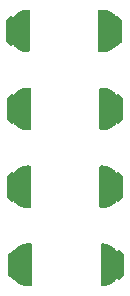
<source format=gbr>
%TF.GenerationSoftware,KiCad,Pcbnew,7.0.7*%
%TF.CreationDate,2023-12-01T17:39:10+08:00*%
%TF.ProjectId,Adafruit LED Sequin-WithRails,41646166-7275-4697-9420-4c4544205365,rev?*%
%TF.SameCoordinates,Original*%
%TF.FileFunction,Soldermask,Bot*%
%TF.FilePolarity,Negative*%
%FSLAX46Y46*%
G04 Gerber Fmt 4.6, Leading zero omitted, Abs format (unit mm)*
G04 Created by KiCad (PCBNEW 7.0.7) date 2023-12-01 17:39:10*
%MOMM*%
%LPD*%
G01*
G04 APERTURE LIST*
%ADD10C,0.500000*%
G04 APERTURE END LIST*
D10*
%TO.C,REF\u002A\u002A*%
X54463268Y-62199988D03*
%TD*%
%TO.C,REF\u002A\u002A*%
X54363268Y-48999988D03*
%TD*%
%TO.C,REF\u002A\u002A*%
X45536715Y-57599988D03*
%TD*%
%TO.C,REF\u002A\u002A*%
X54363279Y-50999988D03*
%TD*%
%TO.C,REF\u002A\u002A*%
X45401002Y-63199987D03*
%TD*%
%TO.C,REF\u002A\u002A*%
X54499005Y-49999987D03*
%TD*%
%TO.C,REF\u002A\u002A*%
X54563279Y-70799988D03*
%TD*%
%TO.C,REF\u002A\u002A*%
X54463279Y-64199988D03*
%TD*%
%TO.C,REF\u002A\u002A*%
X54463274Y-57599988D03*
%TD*%
%TO.C,REF\u002A\u002A*%
X45636731Y-68799988D03*
%TD*%
%TO.C,REF\u002A\u002A*%
X45636720Y-70799988D03*
%TD*%
%TO.C,REF\u002A\u002A*%
X45536731Y-62199988D03*
%TD*%
%TO.C,REF\u002A\u002A*%
X45501002Y-69799987D03*
%TD*%
%TO.C,REF\u002A\u002A*%
X54599005Y-63199987D03*
%TD*%
%TO.C,REF\u002A\u002A*%
X54463263Y-55599988D03*
%TD*%
%TO.C,REF\u002A\u002A*%
X54563268Y-68799988D03*
%TD*%
%TO.C,REF\u002A\u002A*%
X45436731Y-48999988D03*
%TD*%
%TO.C,REF\u002A\u002A*%
X45400997Y-56599987D03*
%TD*%
%TO.C,REF\u002A\u002A*%
X45436720Y-50999988D03*
%TD*%
%TO.C,REF\u002A\u002A*%
X54599000Y-56599987D03*
%TD*%
%TO.C,REF\u002A\u002A*%
X45536726Y-55599988D03*
%TD*%
%TO.C,REF\u002A\u002A*%
X45536720Y-64199988D03*
%TD*%
%TO.C,REF\u002A\u002A*%
X45301002Y-49999987D03*
%TD*%
%TO.C,REF\u002A\u002A*%
X54699005Y-69799987D03*
%TD*%
G36*
X47142120Y-68019023D02*
G01*
X47188613Y-68072678D01*
X47200000Y-68125021D01*
X47200000Y-71475000D01*
X47179998Y-71543121D01*
X47126342Y-71589614D01*
X47074000Y-71601000D01*
X46799999Y-71601000D01*
X46728355Y-71599145D01*
X46725044Y-71598972D01*
X46655218Y-71593478D01*
X46651936Y-71593133D01*
X46582437Y-71583984D01*
X46579178Y-71583468D01*
X46510351Y-71570710D01*
X46507127Y-71570025D01*
X46439029Y-71553678D01*
X46435842Y-71552825D01*
X46368672Y-71532929D01*
X46365532Y-71531909D01*
X46299446Y-71508506D01*
X46296366Y-71507323D01*
X46231658Y-71480519D01*
X46228646Y-71479178D01*
X46165474Y-71449047D01*
X46162535Y-71447550D01*
X46100958Y-71414118D01*
X46098101Y-71412468D01*
X46038334Y-71375843D01*
X46035567Y-71374046D01*
X45977861Y-71334384D01*
X45975192Y-71332445D01*
X45919635Y-71289814D01*
X45917073Y-71287739D01*
X45863814Y-71242254D01*
X45861364Y-71240047D01*
X45810563Y-71191843D01*
X45808228Y-71189508D01*
X45759961Y-71138644D01*
X45757754Y-71136192D01*
X45712271Y-71082938D01*
X45710195Y-71080374D01*
X45667550Y-71024796D01*
X45665612Y-71022128D01*
X45625965Y-70964441D01*
X45624168Y-70961674D01*
X45587549Y-70901917D01*
X45585899Y-70899060D01*
X45552484Y-70837518D01*
X45550987Y-70834580D01*
X45534498Y-70800011D01*
X45326000Y-70800011D01*
X45257879Y-70780009D01*
X45211386Y-70726353D01*
X45200000Y-70674011D01*
X45200000Y-68926011D01*
X45220002Y-68857890D01*
X45273658Y-68811397D01*
X45326000Y-68800011D01*
X45534509Y-68800011D01*
X45550987Y-68765465D01*
X45552484Y-68762526D01*
X45585899Y-68700984D01*
X45587549Y-68698127D01*
X45624168Y-68638370D01*
X45625965Y-68635603D01*
X45665612Y-68577916D01*
X45667550Y-68575248D01*
X45710195Y-68519670D01*
X45712271Y-68517106D01*
X45757754Y-68463852D01*
X45759961Y-68461400D01*
X45808228Y-68410536D01*
X45810563Y-68408201D01*
X45861364Y-68359997D01*
X45863814Y-68357790D01*
X45917073Y-68312305D01*
X45919635Y-68310230D01*
X45975183Y-68267606D01*
X45977853Y-68265666D01*
X46035614Y-68225968D01*
X46038382Y-68224171D01*
X46098108Y-68187573D01*
X46100964Y-68185924D01*
X46162534Y-68152495D01*
X46165473Y-68150997D01*
X46228642Y-68120867D01*
X46231656Y-68119526D01*
X46296412Y-68092702D01*
X46299493Y-68091520D01*
X46365488Y-68068150D01*
X46368624Y-68067131D01*
X46435780Y-68047237D01*
X46438968Y-68046383D01*
X46507130Y-68030018D01*
X46510358Y-68029332D01*
X46579244Y-68016566D01*
X46582503Y-68016050D01*
X46651929Y-68006911D01*
X46655208Y-68006567D01*
X46725005Y-68001073D01*
X46728300Y-68000900D01*
X46799994Y-67999023D01*
X47073999Y-67999021D01*
X47142120Y-68019023D01*
G37*
G36*
X47042120Y-61419015D02*
G01*
X47088613Y-61472670D01*
X47100000Y-61525013D01*
X47100000Y-64875000D01*
X47079998Y-64943121D01*
X47026342Y-64989614D01*
X46974000Y-65001000D01*
X46800000Y-65001000D01*
X46728363Y-64999137D01*
X46725059Y-64998965D01*
X46655214Y-64993469D01*
X46651932Y-64993125D01*
X46582494Y-64983984D01*
X46579235Y-64983468D01*
X46510309Y-64970692D01*
X46507084Y-64970007D01*
X46439019Y-64953667D01*
X46435833Y-64952813D01*
X46368659Y-64932916D01*
X46365521Y-64931897D01*
X46299510Y-64908522D01*
X46296431Y-64907339D01*
X46231656Y-64880510D01*
X46228641Y-64879167D01*
X46165421Y-64849011D01*
X46162482Y-64847514D01*
X46100915Y-64814084D01*
X46098059Y-64812435D01*
X46038344Y-64775840D01*
X46035578Y-64774044D01*
X45977896Y-64734400D01*
X45975228Y-64732461D01*
X45919601Y-64689779D01*
X45917035Y-64687701D01*
X45863778Y-64642211D01*
X45861327Y-64640005D01*
X45810517Y-64591787D01*
X45808184Y-64589454D01*
X45760001Y-64538679D01*
X45757795Y-64536229D01*
X45712307Y-64482973D01*
X45710229Y-64480407D01*
X45667545Y-64424780D01*
X45665605Y-64422109D01*
X45625941Y-64364393D01*
X45624145Y-64361627D01*
X45587546Y-64301902D01*
X45585897Y-64299046D01*
X45552494Y-64237524D01*
X45550996Y-64234586D01*
X45534501Y-64200006D01*
X45226000Y-64200006D01*
X45157879Y-64180004D01*
X45111386Y-64126348D01*
X45100000Y-64074006D01*
X45100000Y-62326006D01*
X45120002Y-62257885D01*
X45173658Y-62211392D01*
X45226000Y-62200006D01*
X45534507Y-62200006D01*
X45550987Y-62165456D01*
X45552485Y-62162516D01*
X45585898Y-62100980D01*
X45587546Y-62098124D01*
X45624145Y-62038399D01*
X45625941Y-62035633D01*
X45665605Y-61977917D01*
X45667545Y-61975246D01*
X45710229Y-61919619D01*
X45712307Y-61917053D01*
X45757796Y-61863797D01*
X45760002Y-61861346D01*
X45808220Y-61810536D01*
X45810553Y-61808203D01*
X45861328Y-61760020D01*
X45863778Y-61757814D01*
X45917035Y-61712325D01*
X45919601Y-61710247D01*
X45975228Y-61667565D01*
X45977896Y-61665626D01*
X46035578Y-61625982D01*
X46038344Y-61624186D01*
X46098059Y-61587591D01*
X46100915Y-61585942D01*
X46162482Y-61552512D01*
X46165421Y-61551015D01*
X46228641Y-61520859D01*
X46231656Y-61519516D01*
X46296431Y-61492687D01*
X46299510Y-61491504D01*
X46365521Y-61468129D01*
X46368659Y-61467110D01*
X46435833Y-61447213D01*
X46439019Y-61446359D01*
X46507084Y-61430019D01*
X46510309Y-61429334D01*
X46579235Y-61416558D01*
X46582494Y-61416042D01*
X46651932Y-61406901D01*
X46655214Y-61406557D01*
X46725054Y-61401062D01*
X46728348Y-61400889D01*
X46799994Y-61399014D01*
X46973999Y-61399013D01*
X47042120Y-61419015D01*
G37*
G36*
X53271652Y-68000899D02*
G01*
X53274925Y-68001071D01*
X53344770Y-68006566D01*
X53348052Y-68006911D01*
X53417543Y-68016059D01*
X53420802Y-68016576D01*
X53489690Y-68029345D01*
X53492916Y-68030031D01*
X53561011Y-68046380D01*
X53564197Y-68047234D01*
X53631364Y-68067131D01*
X53634500Y-68068150D01*
X53700495Y-68091520D01*
X53703576Y-68092702D01*
X53768333Y-68119526D01*
X53771348Y-68120868D01*
X53834567Y-68151024D01*
X53837506Y-68152521D01*
X53899073Y-68185951D01*
X53901929Y-68187600D01*
X53961644Y-68224195D01*
X53964410Y-68225991D01*
X54022100Y-68265640D01*
X54024768Y-68267578D01*
X54080337Y-68310217D01*
X54082902Y-68312294D01*
X54136212Y-68357826D01*
X54138664Y-68360033D01*
X54189479Y-68408255D01*
X54191813Y-68410589D01*
X54240019Y-68461392D01*
X54242225Y-68463842D01*
X54287716Y-68517106D01*
X54289793Y-68519670D01*
X54332438Y-68575248D01*
X54334376Y-68577916D01*
X54374023Y-68635603D01*
X54375820Y-68638370D01*
X54412440Y-68698130D01*
X54414090Y-68700987D01*
X54447525Y-68762569D01*
X54449022Y-68765508D01*
X54465478Y-68800009D01*
X54465480Y-68800011D01*
X54874000Y-68800011D01*
X54942121Y-68820013D01*
X54988614Y-68873669D01*
X55000000Y-68926011D01*
X55000000Y-70674011D01*
X54979998Y-70742132D01*
X54926342Y-70788625D01*
X54874000Y-70800011D01*
X54465490Y-70800011D01*
X54449000Y-70834581D01*
X54447503Y-70837519D01*
X54414090Y-70899055D01*
X54412442Y-70901911D01*
X54375843Y-70961636D01*
X54374047Y-70964402D01*
X54334383Y-71022118D01*
X54332443Y-71024789D01*
X54289759Y-71080416D01*
X54287681Y-71082982D01*
X54242192Y-71136238D01*
X54239986Y-71138689D01*
X54191768Y-71189499D01*
X54189436Y-71191831D01*
X54138663Y-71240013D01*
X54136212Y-71242220D01*
X54082902Y-71287751D01*
X54080337Y-71289827D01*
X54024768Y-71332466D01*
X54022100Y-71334404D01*
X53964410Y-71374053D01*
X53961644Y-71375849D01*
X53901929Y-71412444D01*
X53899073Y-71414093D01*
X53837506Y-71447523D01*
X53834567Y-71449020D01*
X53771348Y-71479176D01*
X53768333Y-71480518D01*
X53703576Y-71507342D01*
X53700495Y-71508524D01*
X53634500Y-71531894D01*
X53631364Y-71532913D01*
X53564197Y-71552810D01*
X53561011Y-71553664D01*
X53492916Y-71570013D01*
X53489690Y-71570699D01*
X53420802Y-71583468D01*
X53417543Y-71583985D01*
X53348053Y-71593133D01*
X53344770Y-71593478D01*
X53274935Y-71598973D01*
X53271642Y-71599146D01*
X53199994Y-71601022D01*
X53125998Y-71601021D01*
X53057878Y-71581018D01*
X53011386Y-71527362D01*
X53000000Y-71475021D01*
X53000000Y-68125000D01*
X53020002Y-68056879D01*
X53073658Y-68010386D01*
X53126000Y-67999000D01*
X53200000Y-67999000D01*
X53271652Y-68000899D01*
G37*
G36*
X46942121Y-48218998D02*
G01*
X46988614Y-48272654D01*
X47000000Y-48324996D01*
X47000000Y-51674999D01*
X46979998Y-51743120D01*
X46926342Y-51789613D01*
X46874002Y-51800999D01*
X46800000Y-51801000D01*
X46728340Y-51799118D01*
X46725052Y-51798946D01*
X46655214Y-51793451D01*
X46651932Y-51793107D01*
X46582495Y-51783966D01*
X46579236Y-51783450D01*
X46510306Y-51770674D01*
X46507078Y-51769988D01*
X46438976Y-51753637D01*
X46435790Y-51752783D01*
X46368624Y-51732886D01*
X46365488Y-51731867D01*
X46299493Y-51708497D01*
X46296412Y-51707315D01*
X46231656Y-51680491D01*
X46228642Y-51679150D01*
X46165473Y-51649020D01*
X46162534Y-51647522D01*
X46100964Y-51614093D01*
X46098108Y-51612444D01*
X46038382Y-51575846D01*
X46035614Y-51574049D01*
X45977838Y-51534340D01*
X45975168Y-51532401D01*
X45919617Y-51489773D01*
X45917054Y-51487698D01*
X45863806Y-51442220D01*
X45861356Y-51440014D01*
X45810563Y-51391816D01*
X45808228Y-51389481D01*
X45759961Y-51338617D01*
X45757754Y-51336165D01*
X45712271Y-51282911D01*
X45710195Y-51280347D01*
X45667550Y-51224769D01*
X45665612Y-51222101D01*
X45625965Y-51164414D01*
X45624168Y-51161647D01*
X45587548Y-51101889D01*
X45585899Y-51099032D01*
X45552492Y-51037504D01*
X45550996Y-51034568D01*
X45534505Y-50999998D01*
X45126000Y-50999998D01*
X45057879Y-50979996D01*
X45011386Y-50926340D01*
X45000000Y-50873998D01*
X45000000Y-49125998D01*
X45020002Y-49057877D01*
X45073658Y-49011384D01*
X45126000Y-48999998D01*
X45534502Y-48999998D01*
X45550991Y-48965430D01*
X45552489Y-48962491D01*
X45585897Y-48900962D01*
X45587546Y-48898106D01*
X45624145Y-48838381D01*
X45625941Y-48835615D01*
X45665610Y-48777892D01*
X45667550Y-48775222D01*
X45710195Y-48719643D01*
X45712272Y-48717079D01*
X45757763Y-48663815D01*
X45759969Y-48661365D01*
X45808175Y-48610562D01*
X45810509Y-48608228D01*
X45861328Y-48560002D01*
X45863778Y-48557796D01*
X45917050Y-48512295D01*
X45919614Y-48510219D01*
X45975177Y-48467582D01*
X45977846Y-48465643D01*
X46035567Y-48425972D01*
X46038334Y-48424175D01*
X46098101Y-48387549D01*
X46100958Y-48385900D01*
X46162540Y-48352464D01*
X46165480Y-48350966D01*
X46228681Y-48320823D01*
X46231695Y-48319481D01*
X46296434Y-48292667D01*
X46299513Y-48291485D01*
X46365521Y-48268111D01*
X46368659Y-48267092D01*
X46435833Y-48247195D01*
X46439019Y-48246341D01*
X46507078Y-48230002D01*
X46510302Y-48229317D01*
X46579183Y-48216549D01*
X46582443Y-48216032D01*
X46651897Y-48206888D01*
X46655176Y-48206543D01*
X46724991Y-48201046D01*
X46728288Y-48200873D01*
X46799996Y-48198996D01*
X46874000Y-48198996D01*
X46942121Y-48218998D01*
G37*
G36*
X53271707Y-54800883D02*
G01*
X53274998Y-54801055D01*
X53344817Y-54806552D01*
X53348097Y-54806897D01*
X53417489Y-54816033D01*
X53420745Y-54816549D01*
X53489644Y-54829317D01*
X53492871Y-54830003D01*
X53560967Y-54846350D01*
X53564155Y-54847204D01*
X53631357Y-54867110D01*
X53634496Y-54868130D01*
X53700543Y-54891521D01*
X53703622Y-54892703D01*
X53768330Y-54919507D01*
X53771342Y-54920848D01*
X53834514Y-54950979D01*
X53837453Y-54952476D01*
X53899029Y-54985908D01*
X53901887Y-54987558D01*
X53961646Y-55024178D01*
X53964413Y-55025975D01*
X54022100Y-55065622D01*
X54024768Y-55067560D01*
X54080346Y-55110205D01*
X54082910Y-55112282D01*
X54136174Y-55157773D01*
X54138624Y-55159979D01*
X54189425Y-55208183D01*
X54191760Y-55210518D01*
X54240027Y-55261382D01*
X54242234Y-55263834D01*
X54287717Y-55317088D01*
X54289793Y-55319652D01*
X54332438Y-55375230D01*
X54334376Y-55377898D01*
X54374023Y-55435585D01*
X54375820Y-55438352D01*
X54412440Y-55498110D01*
X54414089Y-55500967D01*
X54447495Y-55562494D01*
X54448991Y-55565430D01*
X54465483Y-55600000D01*
X54465485Y-55600002D01*
X54773995Y-55600002D01*
X54842116Y-55620004D01*
X54888609Y-55673660D01*
X54899995Y-55726002D01*
X54899995Y-57474002D01*
X54879993Y-57542123D01*
X54826337Y-57588616D01*
X54773995Y-57600002D01*
X54465486Y-57600002D01*
X54448996Y-57634570D01*
X54447499Y-57637508D01*
X54414089Y-57699042D01*
X54412439Y-57701899D01*
X54375820Y-57761656D01*
X54374023Y-57764423D01*
X54334376Y-57822110D01*
X54332438Y-57824778D01*
X54289793Y-57880356D01*
X54287716Y-57882920D01*
X54242225Y-57936184D01*
X54240019Y-57938634D01*
X54191815Y-57989435D01*
X54189481Y-57991769D01*
X54138624Y-58040030D01*
X54136172Y-58042237D01*
X54082933Y-58087707D01*
X54080371Y-58089783D01*
X54024820Y-58132410D01*
X54022150Y-58134349D01*
X53964374Y-58174058D01*
X53961606Y-58175855D01*
X53901880Y-58212453D01*
X53899024Y-58214102D01*
X53837454Y-58247531D01*
X53834515Y-58249029D01*
X53771346Y-58279159D01*
X53768332Y-58280500D01*
X53703576Y-58307324D01*
X53700495Y-58308506D01*
X53634500Y-58331876D01*
X53631364Y-58332895D01*
X53564198Y-58352792D01*
X53561012Y-58353646D01*
X53492910Y-58369997D01*
X53489681Y-58370684D01*
X53420753Y-58383458D01*
X53417496Y-58383974D01*
X53348097Y-58393111D01*
X53344817Y-58393456D01*
X53274996Y-58398953D01*
X53271701Y-58399126D01*
X53199995Y-58401004D01*
X53025994Y-58401003D01*
X52957874Y-58381001D01*
X52911381Y-58327345D01*
X52899995Y-58275003D01*
X52899995Y-54925000D01*
X52919997Y-54856879D01*
X52973653Y-54810386D01*
X53025995Y-54799000D01*
X53200000Y-54799000D01*
X53271707Y-54800883D01*
G37*
G36*
X47042114Y-54819006D02*
G01*
X47088607Y-54872661D01*
X47099994Y-54925004D01*
X47099995Y-58275000D01*
X47079993Y-58343121D01*
X47026337Y-58389614D01*
X46973995Y-58401000D01*
X46800000Y-58401000D01*
X46728352Y-58399128D01*
X46725056Y-58398955D01*
X46655214Y-58393460D01*
X46651932Y-58393116D01*
X46582494Y-58383975D01*
X46579235Y-58383459D01*
X46510309Y-58370683D01*
X46507084Y-58369998D01*
X46439019Y-58353658D01*
X46435833Y-58352804D01*
X46368659Y-58332907D01*
X46365521Y-58331888D01*
X46299510Y-58308513D01*
X46296431Y-58307330D01*
X46231656Y-58280501D01*
X46228641Y-58279158D01*
X46165421Y-58249002D01*
X46162482Y-58247505D01*
X46100915Y-58214075D01*
X46098059Y-58212426D01*
X46038344Y-58175831D01*
X46035578Y-58174035D01*
X45977896Y-58134391D01*
X45975228Y-58132452D01*
X45919601Y-58089770D01*
X45917035Y-58087692D01*
X45863778Y-58042202D01*
X45861327Y-58039996D01*
X45810517Y-57991778D01*
X45808184Y-57989445D01*
X45760001Y-57938670D01*
X45757795Y-57936220D01*
X45712307Y-57882964D01*
X45710229Y-57880398D01*
X45667545Y-57824771D01*
X45665605Y-57822100D01*
X45625941Y-57764384D01*
X45624145Y-57761618D01*
X45587546Y-57701893D01*
X45585897Y-57699037D01*
X45552489Y-57637508D01*
X45550991Y-57634569D01*
X45534502Y-57600002D01*
X45225995Y-57600002D01*
X45157874Y-57580000D01*
X45111381Y-57526344D01*
X45099995Y-57474002D01*
X45099995Y-55726002D01*
X45119997Y-55657881D01*
X45173653Y-55611388D01*
X45225995Y-55600002D01*
X45534504Y-55600002D01*
X45534505Y-55600001D01*
X45550996Y-55565431D01*
X45552493Y-55562494D01*
X45585897Y-55500972D01*
X45587546Y-55498115D01*
X45624145Y-55438390D01*
X45625941Y-55435624D01*
X45665605Y-55377908D01*
X45667545Y-55375237D01*
X45710229Y-55319610D01*
X45712307Y-55317044D01*
X45757796Y-55263788D01*
X45760002Y-55261337D01*
X45808220Y-55210527D01*
X45810553Y-55208194D01*
X45861329Y-55160011D01*
X45863779Y-55157805D01*
X45917050Y-55112304D01*
X45919614Y-55110228D01*
X45975177Y-55067591D01*
X45977846Y-55065652D01*
X46035567Y-55025981D01*
X46038334Y-55024184D01*
X46098101Y-54987558D01*
X46100958Y-54985908D01*
X46162535Y-54952476D01*
X46165474Y-54950979D01*
X46228646Y-54920848D01*
X46231658Y-54919507D01*
X46296366Y-54892703D01*
X46299445Y-54891521D01*
X46365492Y-54868130D01*
X46368631Y-54867110D01*
X46435833Y-54847204D01*
X46439021Y-54846350D01*
X46507117Y-54830003D01*
X46510344Y-54829317D01*
X46579243Y-54816549D01*
X46582499Y-54816033D01*
X46651891Y-54806897D01*
X46655171Y-54806552D01*
X46724992Y-54801055D01*
X46728288Y-54800882D01*
X46799995Y-54799005D01*
X46973993Y-54799004D01*
X47042114Y-54819006D01*
G37*
G36*
X53199999Y-48199000D02*
G01*
X53271694Y-48200873D01*
X53274994Y-48201046D01*
X53344817Y-48206543D01*
X53348097Y-48206888D01*
X53417489Y-48216024D01*
X53420745Y-48216540D01*
X53489644Y-48229308D01*
X53492871Y-48229994D01*
X53560967Y-48246341D01*
X53564155Y-48247195D01*
X53631357Y-48267101D01*
X53634496Y-48268121D01*
X53700543Y-48291512D01*
X53703622Y-48292694D01*
X53768330Y-48319498D01*
X53771342Y-48320839D01*
X53834514Y-48350970D01*
X53837453Y-48352467D01*
X53899029Y-48385899D01*
X53901887Y-48387549D01*
X53961646Y-48424169D01*
X53964413Y-48425966D01*
X54022100Y-48465613D01*
X54024768Y-48467551D01*
X54080346Y-48510196D01*
X54082910Y-48512273D01*
X54136174Y-48557764D01*
X54138624Y-48559970D01*
X54189425Y-48608174D01*
X54191760Y-48610509D01*
X54240027Y-48661373D01*
X54242234Y-48663825D01*
X54287717Y-48717079D01*
X54289793Y-48719643D01*
X54332438Y-48775221D01*
X54334376Y-48777889D01*
X54374023Y-48835576D01*
X54375820Y-48838343D01*
X54412439Y-48898100D01*
X54414089Y-48900957D01*
X54447499Y-48962492D01*
X54448996Y-48965429D01*
X54465485Y-48999997D01*
X54465486Y-48999998D01*
X54674000Y-48999998D01*
X54742121Y-49020000D01*
X54788614Y-49073656D01*
X54800000Y-49125998D01*
X54800000Y-50873998D01*
X54779998Y-50942119D01*
X54726342Y-50988612D01*
X54674000Y-50999998D01*
X54465485Y-50999998D01*
X54465482Y-50999999D01*
X54448991Y-51034570D01*
X54447495Y-51037505D01*
X54414091Y-51099027D01*
X54412442Y-51101884D01*
X54375843Y-51161609D01*
X54374047Y-51164375D01*
X54334383Y-51222091D01*
X54332443Y-51224762D01*
X54289759Y-51280389D01*
X54287681Y-51282955D01*
X54242192Y-51336211D01*
X54239986Y-51338662D01*
X54191768Y-51389472D01*
X54189435Y-51391805D01*
X54138660Y-51439988D01*
X54136210Y-51442194D01*
X54082953Y-51487683D01*
X54080387Y-51489761D01*
X54024760Y-51532443D01*
X54022092Y-51534382D01*
X53964410Y-51574026D01*
X53961644Y-51575822D01*
X53901929Y-51612417D01*
X53899073Y-51614066D01*
X53837506Y-51647496D01*
X53834567Y-51648993D01*
X53771347Y-51679149D01*
X53768332Y-51680492D01*
X53703557Y-51707321D01*
X53700478Y-51708504D01*
X53634467Y-51731879D01*
X53631329Y-51732898D01*
X53564155Y-51752795D01*
X53560969Y-51753649D01*
X53492904Y-51769989D01*
X53489679Y-51770674D01*
X53420753Y-51783450D01*
X53417494Y-51783966D01*
X53348056Y-51793107D01*
X53344774Y-51793451D01*
X53274934Y-51798946D01*
X53271642Y-51799119D01*
X53199996Y-51800995D01*
X52926000Y-51800995D01*
X52857879Y-51780993D01*
X52811386Y-51727337D01*
X52800000Y-51674995D01*
X52799999Y-48324999D01*
X52820001Y-48256878D01*
X52873657Y-48210385D01*
X52925999Y-48198999D01*
X53199999Y-48199000D01*
G37*
G36*
X53271640Y-61400889D02*
G01*
X53274921Y-61401061D01*
X53344770Y-61406557D01*
X53348052Y-61406902D01*
X53417543Y-61416050D01*
X53420802Y-61416567D01*
X53489685Y-61429335D01*
X53492910Y-61430020D01*
X53560969Y-61446359D01*
X53564155Y-61447213D01*
X53631316Y-61467106D01*
X53634456Y-61468126D01*
X53700542Y-61491529D01*
X53703622Y-61492712D01*
X53768330Y-61519516D01*
X53771342Y-61520857D01*
X53834514Y-61550988D01*
X53837454Y-61552486D01*
X53899024Y-61585915D01*
X53901880Y-61587564D01*
X53961606Y-61624162D01*
X53964374Y-61625959D01*
X54022150Y-61665668D01*
X54024820Y-61667607D01*
X54080371Y-61710235D01*
X54082934Y-61712310D01*
X54136182Y-61757788D01*
X54138632Y-61759994D01*
X54189425Y-61808192D01*
X54191760Y-61810527D01*
X54240027Y-61861391D01*
X54242234Y-61863843D01*
X54287717Y-61917097D01*
X54289793Y-61919661D01*
X54332438Y-61975239D01*
X54334376Y-61977907D01*
X54374023Y-62035594D01*
X54375820Y-62038361D01*
X54412439Y-62098118D01*
X54414089Y-62100975D01*
X54447503Y-62162516D01*
X54449001Y-62165455D01*
X54465482Y-62200006D01*
X54774000Y-62200006D01*
X54842121Y-62220008D01*
X54888614Y-62273664D01*
X54900000Y-62326006D01*
X54900000Y-64074006D01*
X54879998Y-64142127D01*
X54826342Y-64188620D01*
X54774000Y-64200006D01*
X54465488Y-64200006D01*
X54465486Y-64200007D01*
X54448991Y-64234587D01*
X54447495Y-64237524D01*
X54414089Y-64299050D01*
X54412440Y-64301907D01*
X54375820Y-64361665D01*
X54374023Y-64364432D01*
X54334376Y-64422119D01*
X54332438Y-64424787D01*
X54289793Y-64480365D01*
X54287716Y-64482929D01*
X54242225Y-64536193D01*
X54240019Y-64538643D01*
X54191815Y-64589444D01*
X54189481Y-64591778D01*
X54138624Y-64640039D01*
X54136172Y-64642246D01*
X54082933Y-64687716D01*
X54080371Y-64689792D01*
X54024820Y-64732419D01*
X54022150Y-64734358D01*
X53964374Y-64774067D01*
X53961606Y-64775864D01*
X53901880Y-64812462D01*
X53899024Y-64814111D01*
X53837454Y-64847540D01*
X53834515Y-64849038D01*
X53771346Y-64879168D01*
X53768332Y-64880509D01*
X53703576Y-64907333D01*
X53700495Y-64908515D01*
X53634500Y-64931885D01*
X53631364Y-64932904D01*
X53564198Y-64952801D01*
X53561012Y-64953655D01*
X53492910Y-64970006D01*
X53489681Y-64970693D01*
X53420753Y-64983467D01*
X53417496Y-64983983D01*
X53348097Y-64993120D01*
X53344817Y-64993465D01*
X53274996Y-64998962D01*
X53271701Y-64999135D01*
X53199995Y-65001013D01*
X53025999Y-65001012D01*
X52957879Y-64981010D01*
X52911386Y-64927354D01*
X52900000Y-64875012D01*
X52900000Y-61525000D01*
X52920002Y-61456879D01*
X52973658Y-61410386D01*
X53026000Y-61399000D01*
X53200000Y-61399000D01*
X53271640Y-61400889D01*
G37*
M02*

</source>
